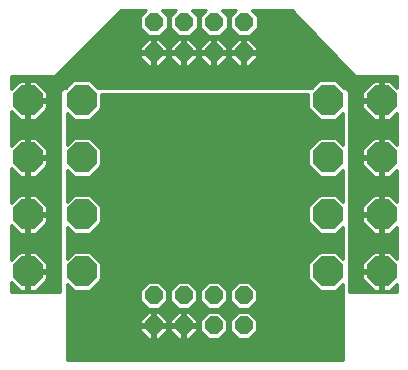
<source format=gbl>
G75*
%MOIN*%
%OFA0B0*%
%FSLAX25Y25*%
%IPPOS*%
%LPD*%
%AMOC8*
5,1,8,0,0,1.08239X$1,22.5*
%
%ADD10OC8,0.10000*%
%ADD11OC8,0.06000*%
%ADD12C,0.01000*%
%ADD13C,0.03600*%
D10*
X0009250Y0033250D03*
X0027250Y0033250D03*
X0027250Y0052250D03*
X0009250Y0052250D03*
X0009250Y0071250D03*
X0027250Y0071250D03*
X0027250Y0090250D03*
X0009250Y0090250D03*
X0109250Y0090250D03*
X0127250Y0090250D03*
X0127250Y0071250D03*
X0109250Y0071250D03*
X0109250Y0052250D03*
X0127250Y0052250D03*
X0127250Y0033250D03*
X0109250Y0033250D03*
D11*
X0081250Y0025250D03*
X0071250Y0025250D03*
X0071250Y0015250D03*
X0081250Y0015250D03*
X0061250Y0015250D03*
X0051250Y0015250D03*
X0051250Y0025250D03*
X0061250Y0025250D03*
X0061250Y0106250D03*
X0051250Y0106250D03*
X0051250Y0116250D03*
X0061250Y0116250D03*
X0071250Y0116250D03*
X0081250Y0116250D03*
X0081250Y0106250D03*
X0071250Y0106250D03*
D12*
X0022250Y0029058D02*
X0022250Y0003750D01*
X0114250Y0003750D01*
X0114250Y0029058D01*
X0111942Y0026750D01*
X0106558Y0026750D01*
X0102750Y0030558D01*
X0102750Y0035942D01*
X0106558Y0039750D01*
X0111942Y0039750D01*
X0114250Y0037442D01*
X0114250Y0048058D01*
X0111942Y0045750D01*
X0106558Y0045750D01*
X0102750Y0049558D01*
X0102750Y0054942D01*
X0106558Y0058750D01*
X0111942Y0058750D01*
X0114250Y0056442D01*
X0114250Y0067058D01*
X0111942Y0064750D01*
X0106558Y0064750D01*
X0102750Y0068558D01*
X0102750Y0073942D01*
X0106558Y0077750D01*
X0111942Y0077750D01*
X0114250Y0075442D01*
X0114250Y0086058D01*
X0111942Y0083750D01*
X0106558Y0083750D01*
X0102750Y0087558D01*
X0102750Y0092250D01*
X0033750Y0092250D01*
X0033750Y0087558D01*
X0029942Y0083750D01*
X0024558Y0083750D01*
X0022250Y0086058D01*
X0022250Y0075442D01*
X0024558Y0077750D01*
X0029942Y0077750D01*
X0033750Y0073942D01*
X0033750Y0068558D01*
X0029942Y0064750D01*
X0024558Y0064750D01*
X0022250Y0067058D01*
X0022250Y0056442D01*
X0024558Y0058750D01*
X0029942Y0058750D01*
X0033750Y0054942D01*
X0033750Y0049558D01*
X0029942Y0045750D01*
X0024558Y0045750D01*
X0022250Y0048058D01*
X0022250Y0037442D01*
X0024558Y0039750D01*
X0029942Y0039750D01*
X0033750Y0035942D01*
X0033750Y0030558D01*
X0029942Y0026750D01*
X0024558Y0026750D01*
X0022250Y0029058D01*
X0022250Y0028210D02*
X0023098Y0028210D01*
X0022250Y0027211D02*
X0024096Y0027211D01*
X0022250Y0026213D02*
X0046750Y0026213D01*
X0046750Y0027114D02*
X0046750Y0023386D01*
X0049386Y0020750D01*
X0053114Y0020750D01*
X0055750Y0023386D01*
X0055750Y0027114D01*
X0053114Y0029750D01*
X0049386Y0029750D01*
X0046750Y0027114D01*
X0046847Y0027211D02*
X0030404Y0027211D01*
X0031402Y0028210D02*
X0047846Y0028210D01*
X0048844Y0029208D02*
X0032401Y0029208D01*
X0033399Y0030207D02*
X0103101Y0030207D01*
X0102750Y0031205D02*
X0033750Y0031205D01*
X0033750Y0032204D02*
X0102750Y0032204D01*
X0102750Y0033202D02*
X0033750Y0033202D01*
X0033750Y0034201D02*
X0102750Y0034201D01*
X0102750Y0035199D02*
X0033750Y0035199D01*
X0033494Y0036198D02*
X0103006Y0036198D01*
X0104004Y0037196D02*
X0032496Y0037196D01*
X0031497Y0038195D02*
X0105003Y0038195D01*
X0106001Y0039193D02*
X0030499Y0039193D01*
X0024001Y0039193D02*
X0022250Y0039193D01*
X0022250Y0038195D02*
X0023003Y0038195D01*
X0022250Y0040192D02*
X0114250Y0040192D01*
X0114250Y0041190D02*
X0022250Y0041190D01*
X0022250Y0042189D02*
X0114250Y0042189D01*
X0114250Y0043187D02*
X0022250Y0043187D01*
X0022250Y0044186D02*
X0114250Y0044186D01*
X0114250Y0045184D02*
X0022250Y0045184D01*
X0022250Y0046183D02*
X0024125Y0046183D01*
X0023126Y0047182D02*
X0022250Y0047182D01*
X0020050Y0047182D02*
X0013374Y0047182D01*
X0014372Y0048180D02*
X0020050Y0048180D01*
X0020050Y0049179D02*
X0015371Y0049179D01*
X0015750Y0049558D02*
X0015750Y0051750D01*
X0009750Y0051750D01*
X0009750Y0052750D01*
X0008750Y0052750D01*
X0008750Y0058750D01*
X0006558Y0058750D01*
X0003750Y0055942D01*
X0003750Y0067558D01*
X0006558Y0064750D01*
X0008750Y0064750D01*
X0008750Y0070750D01*
X0009750Y0070750D01*
X0009750Y0071750D01*
X0008750Y0071750D01*
X0008750Y0077750D01*
X0006558Y0077750D01*
X0003750Y0074942D01*
X0003750Y0086558D01*
X0006558Y0083750D01*
X0008750Y0083750D01*
X0008750Y0089750D01*
X0009750Y0089750D01*
X0009750Y0090750D01*
X0008750Y0090750D01*
X0008750Y0096750D01*
X0006558Y0096750D01*
X0003750Y0093942D01*
X0003750Y0098250D01*
X0018250Y0098250D01*
X0040250Y0120250D01*
X0048603Y0120250D01*
X0046550Y0118197D01*
X0046550Y0114303D01*
X0049303Y0111550D01*
X0053197Y0111550D01*
X0055950Y0114303D01*
X0055950Y0118197D01*
X0053897Y0120250D01*
X0058603Y0120250D01*
X0056550Y0118197D01*
X0056550Y0114303D01*
X0059303Y0111550D01*
X0063197Y0111550D01*
X0065950Y0114303D01*
X0065950Y0118197D01*
X0063897Y0120250D01*
X0068603Y0120250D01*
X0066550Y0118197D01*
X0066550Y0114303D01*
X0069303Y0111550D01*
X0073197Y0111550D01*
X0075950Y0114303D01*
X0075950Y0118197D01*
X0073897Y0120250D01*
X0078603Y0120250D01*
X0076550Y0118197D01*
X0076550Y0114303D01*
X0079303Y0111550D01*
X0083197Y0111550D01*
X0085950Y0114303D01*
X0085950Y0118197D01*
X0083897Y0120250D01*
X0097250Y0120250D01*
X0118250Y0098250D01*
X0132250Y0098250D01*
X0132250Y0094442D01*
X0129942Y0096750D01*
X0127750Y0096750D01*
X0127750Y0090750D01*
X0126750Y0090750D01*
X0126750Y0096750D01*
X0124558Y0096750D01*
X0120750Y0092942D01*
X0120750Y0090750D01*
X0126750Y0090750D01*
X0126750Y0089750D01*
X0127750Y0089750D01*
X0127750Y0083750D01*
X0129942Y0083750D01*
X0132250Y0086058D01*
X0132250Y0075442D01*
X0129942Y0077750D01*
X0127750Y0077750D01*
X0127750Y0071750D01*
X0126750Y0071750D01*
X0126750Y0077750D01*
X0124558Y0077750D01*
X0120750Y0073942D01*
X0120750Y0071750D01*
X0126750Y0071750D01*
X0126750Y0070750D01*
X0127750Y0070750D01*
X0127750Y0064750D01*
X0129942Y0064750D01*
X0132250Y0067058D01*
X0132250Y0056442D01*
X0129942Y0058750D01*
X0127750Y0058750D01*
X0127750Y0052750D01*
X0126750Y0052750D01*
X0126750Y0058750D01*
X0124558Y0058750D01*
X0120750Y0054942D01*
X0120750Y0052750D01*
X0126750Y0052750D01*
X0126750Y0051750D01*
X0127750Y0051750D01*
X0127750Y0045750D01*
X0129942Y0045750D01*
X0132250Y0048058D01*
X0132250Y0037442D01*
X0129942Y0039750D01*
X0127750Y0039750D01*
X0127750Y0033750D01*
X0126750Y0033750D01*
X0126750Y0039750D01*
X0124558Y0039750D01*
X0120750Y0035942D01*
X0120750Y0033750D01*
X0126750Y0033750D01*
X0126750Y0032750D01*
X0127750Y0032750D01*
X0127750Y0026750D01*
X0129942Y0026750D01*
X0132250Y0029058D01*
X0132250Y0026250D01*
X0116450Y0026250D01*
X0116450Y0093161D01*
X0115161Y0094450D01*
X0114525Y0094450D01*
X0112025Y0096950D01*
X0106475Y0096950D01*
X0103975Y0094450D01*
X0032525Y0094450D01*
X0030025Y0096950D01*
X0024475Y0096950D01*
X0021975Y0094450D01*
X0021339Y0094450D01*
X0020050Y0093161D01*
X0020050Y0026250D01*
X0003750Y0026250D01*
X0003750Y0029558D01*
X0006558Y0026750D01*
X0008750Y0026750D01*
X0008750Y0032750D01*
X0009750Y0032750D01*
X0009750Y0033750D01*
X0008750Y0033750D01*
X0008750Y0039750D01*
X0006558Y0039750D01*
X0003750Y0036942D01*
X0003750Y0048558D01*
X0006558Y0045750D01*
X0008750Y0045750D01*
X0008750Y0051750D01*
X0009750Y0051750D01*
X0009750Y0045750D01*
X0011942Y0045750D01*
X0015750Y0049558D01*
X0015750Y0050177D02*
X0020050Y0050177D01*
X0020050Y0051176D02*
X0015750Y0051176D01*
X0015750Y0052750D02*
X0015750Y0054942D01*
X0011942Y0058750D01*
X0009750Y0058750D01*
X0009750Y0052750D01*
X0015750Y0052750D01*
X0015750Y0053173D02*
X0020050Y0053173D01*
X0020050Y0054171D02*
X0015750Y0054171D01*
X0015523Y0055170D02*
X0020050Y0055170D01*
X0020050Y0056168D02*
X0014524Y0056168D01*
X0013526Y0057167D02*
X0020050Y0057167D01*
X0020050Y0058165D02*
X0012527Y0058165D01*
X0009750Y0058165D02*
X0008750Y0058165D01*
X0008750Y0057167D02*
X0009750Y0057167D01*
X0009750Y0056168D02*
X0008750Y0056168D01*
X0008750Y0055170D02*
X0009750Y0055170D01*
X0009750Y0054171D02*
X0008750Y0054171D01*
X0008750Y0053173D02*
X0009750Y0053173D01*
X0009750Y0052174D02*
X0020050Y0052174D01*
X0022250Y0057167D02*
X0022974Y0057167D01*
X0022250Y0058165D02*
X0023973Y0058165D01*
X0022250Y0059164D02*
X0114250Y0059164D01*
X0114250Y0060162D02*
X0022250Y0060162D01*
X0022250Y0061161D02*
X0114250Y0061161D01*
X0114250Y0062159D02*
X0022250Y0062159D01*
X0022250Y0063158D02*
X0114250Y0063158D01*
X0114250Y0064156D02*
X0022250Y0064156D01*
X0022250Y0065155D02*
X0024153Y0065155D01*
X0023154Y0066153D02*
X0022250Y0066153D01*
X0020050Y0066153D02*
X0013346Y0066153D01*
X0014344Y0067152D02*
X0020050Y0067152D01*
X0020050Y0068150D02*
X0015343Y0068150D01*
X0015750Y0068558D02*
X0015750Y0070750D01*
X0009750Y0070750D01*
X0009750Y0064750D01*
X0011942Y0064750D01*
X0015750Y0068558D01*
X0015750Y0069149D02*
X0020050Y0069149D01*
X0020050Y0070147D02*
X0015750Y0070147D01*
X0015750Y0071750D02*
X0015750Y0073942D01*
X0011942Y0077750D01*
X0009750Y0077750D01*
X0009750Y0071750D01*
X0015750Y0071750D01*
X0015750Y0072144D02*
X0020050Y0072144D01*
X0020050Y0071146D02*
X0009750Y0071146D01*
X0009750Y0072144D02*
X0008750Y0072144D01*
X0008750Y0073143D02*
X0009750Y0073143D01*
X0009750Y0074141D02*
X0008750Y0074141D01*
X0008750Y0075140D02*
X0009750Y0075140D01*
X0009750Y0076138D02*
X0008750Y0076138D01*
X0008750Y0077137D02*
X0009750Y0077137D01*
X0012555Y0077137D02*
X0020050Y0077137D01*
X0020050Y0078135D02*
X0003750Y0078135D01*
X0003750Y0077137D02*
X0005945Y0077137D01*
X0004946Y0076138D02*
X0003750Y0076138D01*
X0003750Y0075140D02*
X0003947Y0075140D01*
X0003750Y0079134D02*
X0020050Y0079134D01*
X0020050Y0080132D02*
X0003750Y0080132D01*
X0003750Y0081131D02*
X0020050Y0081131D01*
X0020050Y0082129D02*
X0003750Y0082129D01*
X0003750Y0083128D02*
X0020050Y0083128D01*
X0020050Y0084126D02*
X0012319Y0084126D01*
X0011942Y0083750D02*
X0015750Y0087558D01*
X0015750Y0089750D01*
X0009750Y0089750D01*
X0009750Y0083750D01*
X0011942Y0083750D01*
X0013317Y0085125D02*
X0020050Y0085125D01*
X0020050Y0086123D02*
X0014316Y0086123D01*
X0015314Y0087122D02*
X0020050Y0087122D01*
X0020050Y0088120D02*
X0015750Y0088120D01*
X0015750Y0089119D02*
X0020050Y0089119D01*
X0020050Y0090118D02*
X0009750Y0090118D01*
X0009750Y0090750D02*
X0015750Y0090750D01*
X0015750Y0092942D01*
X0011942Y0096750D01*
X0009750Y0096750D01*
X0009750Y0090750D01*
X0009750Y0091116D02*
X0008750Y0091116D01*
X0008750Y0092115D02*
X0009750Y0092115D01*
X0009750Y0093113D02*
X0008750Y0093113D01*
X0008750Y0094112D02*
X0009750Y0094112D01*
X0009750Y0095110D02*
X0008750Y0095110D01*
X0008750Y0096109D02*
X0009750Y0096109D01*
X0012584Y0096109D02*
X0023633Y0096109D01*
X0022635Y0095110D02*
X0013582Y0095110D01*
X0014581Y0094112D02*
X0021000Y0094112D01*
X0020050Y0093113D02*
X0015579Y0093113D01*
X0015750Y0092115D02*
X0020050Y0092115D01*
X0020050Y0091116D02*
X0015750Y0091116D01*
X0009750Y0089119D02*
X0008750Y0089119D01*
X0008750Y0088120D02*
X0009750Y0088120D01*
X0009750Y0087122D02*
X0008750Y0087122D01*
X0008750Y0086123D02*
X0009750Y0086123D01*
X0009750Y0085125D02*
X0008750Y0085125D01*
X0008750Y0084126D02*
X0009750Y0084126D01*
X0006181Y0084126D02*
X0003750Y0084126D01*
X0003750Y0085125D02*
X0005183Y0085125D01*
X0004184Y0086123D02*
X0003750Y0086123D01*
X0003750Y0094112D02*
X0003919Y0094112D01*
X0003750Y0095110D02*
X0004918Y0095110D01*
X0005916Y0096109D02*
X0003750Y0096109D01*
X0003750Y0097107D02*
X0132250Y0097107D01*
X0132250Y0096109D02*
X0130584Y0096109D01*
X0131582Y0095110D02*
X0132250Y0095110D01*
X0132250Y0098106D02*
X0003750Y0098106D01*
X0019104Y0099104D02*
X0117435Y0099104D01*
X0116482Y0100103D02*
X0020103Y0100103D01*
X0021101Y0101101D02*
X0115528Y0101101D01*
X0114575Y0102100D02*
X0083464Y0102100D01*
X0083114Y0101750D02*
X0085750Y0104386D01*
X0085750Y0105750D01*
X0081750Y0105750D01*
X0081750Y0106750D01*
X0085750Y0106750D01*
X0085750Y0108114D01*
X0083114Y0110750D01*
X0081750Y0110750D01*
X0081750Y0106750D01*
X0080750Y0106750D01*
X0080750Y0110750D01*
X0079386Y0110750D01*
X0076750Y0108114D01*
X0076750Y0106750D01*
X0080750Y0106750D01*
X0080750Y0105750D01*
X0081750Y0105750D01*
X0081750Y0101750D01*
X0083114Y0101750D01*
X0081750Y0102100D02*
X0080750Y0102100D01*
X0080750Y0101750D02*
X0080750Y0105750D01*
X0076750Y0105750D01*
X0076750Y0104386D01*
X0079386Y0101750D01*
X0080750Y0101750D01*
X0080750Y0103098D02*
X0081750Y0103098D01*
X0081750Y0104097D02*
X0080750Y0104097D01*
X0080750Y0105095D02*
X0081750Y0105095D01*
X0081750Y0106094D02*
X0110763Y0106094D01*
X0109810Y0107092D02*
X0085750Y0107092D01*
X0085750Y0108091D02*
X0108857Y0108091D01*
X0107903Y0109089D02*
X0084775Y0109089D01*
X0083776Y0110088D02*
X0106950Y0110088D01*
X0105997Y0111086D02*
X0031086Y0111086D01*
X0030088Y0110088D02*
X0048724Y0110088D01*
X0049386Y0110750D02*
X0046750Y0108114D01*
X0046750Y0106750D01*
X0050750Y0106750D01*
X0050750Y0110750D01*
X0049386Y0110750D01*
X0048768Y0112085D02*
X0032085Y0112085D01*
X0033083Y0113083D02*
X0047770Y0113083D01*
X0046771Y0114082D02*
X0034082Y0114082D01*
X0035080Y0115080D02*
X0046550Y0115080D01*
X0046550Y0116079D02*
X0036079Y0116079D01*
X0037077Y0117077D02*
X0046550Y0117077D01*
X0046550Y0118076D02*
X0038076Y0118076D01*
X0039074Y0119074D02*
X0047428Y0119074D01*
X0048426Y0120073D02*
X0040073Y0120073D01*
X0050750Y0110088D02*
X0051750Y0110088D01*
X0051750Y0110750D02*
X0053114Y0110750D01*
X0055750Y0108114D01*
X0055750Y0106750D01*
X0051750Y0106750D01*
X0051750Y0105750D01*
X0055750Y0105750D01*
X0055750Y0104386D01*
X0053114Y0101750D01*
X0051750Y0101750D01*
X0051750Y0105750D01*
X0050750Y0105750D01*
X0050750Y0101750D01*
X0049386Y0101750D01*
X0046750Y0104386D01*
X0046750Y0105750D01*
X0050750Y0105750D01*
X0050750Y0106750D01*
X0051750Y0106750D01*
X0051750Y0110750D01*
X0051750Y0109089D02*
X0050750Y0109089D01*
X0050750Y0108091D02*
X0051750Y0108091D01*
X0051750Y0107092D02*
X0050750Y0107092D01*
X0050750Y0106094D02*
X0026094Y0106094D01*
X0027092Y0107092D02*
X0046750Y0107092D01*
X0046750Y0108091D02*
X0028091Y0108091D01*
X0029089Y0109089D02*
X0047725Y0109089D01*
X0046750Y0105095D02*
X0025095Y0105095D01*
X0024097Y0104097D02*
X0047039Y0104097D01*
X0048038Y0103098D02*
X0023098Y0103098D01*
X0022100Y0102100D02*
X0049036Y0102100D01*
X0050750Y0102100D02*
X0051750Y0102100D01*
X0051750Y0103098D02*
X0050750Y0103098D01*
X0050750Y0104097D02*
X0051750Y0104097D01*
X0051750Y0105095D02*
X0050750Y0105095D01*
X0051750Y0106094D02*
X0060750Y0106094D01*
X0060750Y0105750D02*
X0056750Y0105750D01*
X0056750Y0104386D01*
X0059386Y0101750D01*
X0060750Y0101750D01*
X0060750Y0105750D01*
X0061750Y0105750D01*
X0061750Y0106750D01*
X0065750Y0106750D01*
X0065750Y0108114D01*
X0063114Y0110750D01*
X0061750Y0110750D01*
X0061750Y0106750D01*
X0060750Y0106750D01*
X0060750Y0110750D01*
X0059386Y0110750D01*
X0056750Y0108114D01*
X0056750Y0106750D01*
X0060750Y0106750D01*
X0060750Y0105750D01*
X0060750Y0105095D02*
X0061750Y0105095D01*
X0061750Y0105750D02*
X0061750Y0101750D01*
X0063114Y0101750D01*
X0065750Y0104386D01*
X0065750Y0105750D01*
X0061750Y0105750D01*
X0061750Y0106094D02*
X0070750Y0106094D01*
X0070750Y0105750D02*
X0066750Y0105750D01*
X0066750Y0104386D01*
X0069386Y0101750D01*
X0070750Y0101750D01*
X0070750Y0105750D01*
X0071750Y0105750D01*
X0071750Y0106750D01*
X0075750Y0106750D01*
X0075750Y0108114D01*
X0073114Y0110750D01*
X0071750Y0110750D01*
X0071750Y0106750D01*
X0070750Y0106750D01*
X0070750Y0110750D01*
X0069386Y0110750D01*
X0066750Y0108114D01*
X0066750Y0106750D01*
X0070750Y0106750D01*
X0070750Y0105750D01*
X0070750Y0105095D02*
X0071750Y0105095D01*
X0071750Y0105750D02*
X0071750Y0101750D01*
X0073114Y0101750D01*
X0075750Y0104386D01*
X0075750Y0105750D01*
X0071750Y0105750D01*
X0071750Y0106094D02*
X0080750Y0106094D01*
X0080750Y0107092D02*
X0081750Y0107092D01*
X0081750Y0108091D02*
X0080750Y0108091D01*
X0080750Y0109089D02*
X0081750Y0109089D01*
X0081750Y0110088D02*
X0080750Y0110088D01*
X0078724Y0110088D02*
X0073776Y0110088D01*
X0074775Y0109089D02*
X0077725Y0109089D01*
X0076750Y0108091D02*
X0075750Y0108091D01*
X0075750Y0107092D02*
X0076750Y0107092D01*
X0076750Y0105095D02*
X0075750Y0105095D01*
X0075461Y0104097D02*
X0077039Y0104097D01*
X0078038Y0103098D02*
X0074462Y0103098D01*
X0073464Y0102100D02*
X0079036Y0102100D01*
X0084462Y0103098D02*
X0113622Y0103098D01*
X0112669Y0104097D02*
X0085461Y0104097D01*
X0085750Y0105095D02*
X0111716Y0105095D01*
X0105044Y0112085D02*
X0083732Y0112085D01*
X0084730Y0113083D02*
X0104091Y0113083D01*
X0103138Y0114082D02*
X0085729Y0114082D01*
X0085950Y0115080D02*
X0102185Y0115080D01*
X0101232Y0116079D02*
X0085950Y0116079D01*
X0085950Y0117077D02*
X0100278Y0117077D01*
X0099325Y0118076D02*
X0085950Y0118076D01*
X0085072Y0119074D02*
X0098372Y0119074D01*
X0097419Y0120073D02*
X0084074Y0120073D01*
X0078426Y0120073D02*
X0074074Y0120073D01*
X0075072Y0119074D02*
X0077428Y0119074D01*
X0076550Y0118076D02*
X0075950Y0118076D01*
X0075950Y0117077D02*
X0076550Y0117077D01*
X0076550Y0116079D02*
X0075950Y0116079D01*
X0075950Y0115080D02*
X0076550Y0115080D01*
X0076771Y0114082D02*
X0075729Y0114082D01*
X0074730Y0113083D02*
X0077770Y0113083D01*
X0078768Y0112085D02*
X0073732Y0112085D01*
X0071750Y0110088D02*
X0070750Y0110088D01*
X0070750Y0109089D02*
X0071750Y0109089D01*
X0071750Y0108091D02*
X0070750Y0108091D01*
X0070750Y0107092D02*
X0071750Y0107092D01*
X0068724Y0110088D02*
X0063776Y0110088D01*
X0064775Y0109089D02*
X0067725Y0109089D01*
X0066750Y0108091D02*
X0065750Y0108091D01*
X0065750Y0107092D02*
X0066750Y0107092D01*
X0066750Y0105095D02*
X0065750Y0105095D01*
X0065461Y0104097D02*
X0067039Y0104097D01*
X0068038Y0103098D02*
X0064462Y0103098D01*
X0063464Y0102100D02*
X0069036Y0102100D01*
X0070750Y0102100D02*
X0071750Y0102100D01*
X0071750Y0103098D02*
X0070750Y0103098D01*
X0070750Y0104097D02*
X0071750Y0104097D01*
X0068768Y0112085D02*
X0063732Y0112085D01*
X0064730Y0113083D02*
X0067770Y0113083D01*
X0066771Y0114082D02*
X0065729Y0114082D01*
X0065950Y0115080D02*
X0066550Y0115080D01*
X0066550Y0116079D02*
X0065950Y0116079D01*
X0065950Y0117077D02*
X0066550Y0117077D01*
X0066550Y0118076D02*
X0065950Y0118076D01*
X0065072Y0119074D02*
X0067428Y0119074D01*
X0068426Y0120073D02*
X0064074Y0120073D01*
X0058426Y0120073D02*
X0054074Y0120073D01*
X0055072Y0119074D02*
X0057428Y0119074D01*
X0056550Y0118076D02*
X0055950Y0118076D01*
X0055950Y0117077D02*
X0056550Y0117077D01*
X0056550Y0116079D02*
X0055950Y0116079D01*
X0055950Y0115080D02*
X0056550Y0115080D01*
X0056771Y0114082D02*
X0055729Y0114082D01*
X0054730Y0113083D02*
X0057770Y0113083D01*
X0058768Y0112085D02*
X0053732Y0112085D01*
X0053776Y0110088D02*
X0058724Y0110088D01*
X0057725Y0109089D02*
X0054775Y0109089D01*
X0055750Y0108091D02*
X0056750Y0108091D01*
X0056750Y0107092D02*
X0055750Y0107092D01*
X0055750Y0105095D02*
X0056750Y0105095D01*
X0057039Y0104097D02*
X0055461Y0104097D01*
X0054462Y0103098D02*
X0058038Y0103098D01*
X0059036Y0102100D02*
X0053464Y0102100D01*
X0060750Y0102100D02*
X0061750Y0102100D01*
X0061750Y0103098D02*
X0060750Y0103098D01*
X0060750Y0104097D02*
X0061750Y0104097D01*
X0061750Y0107092D02*
X0060750Y0107092D01*
X0060750Y0108091D02*
X0061750Y0108091D01*
X0061750Y0109089D02*
X0060750Y0109089D01*
X0060750Y0110088D02*
X0061750Y0110088D01*
X0033750Y0092115D02*
X0102750Y0092115D01*
X0102750Y0091116D02*
X0033750Y0091116D01*
X0033750Y0090118D02*
X0102750Y0090118D01*
X0102750Y0089119D02*
X0033750Y0089119D01*
X0033750Y0088120D02*
X0102750Y0088120D01*
X0103186Y0087122D02*
X0033314Y0087122D01*
X0032316Y0086123D02*
X0104184Y0086123D01*
X0105183Y0085125D02*
X0031317Y0085125D01*
X0030319Y0084126D02*
X0106181Y0084126D01*
X0112319Y0084126D02*
X0114250Y0084126D01*
X0114250Y0083128D02*
X0022250Y0083128D01*
X0022250Y0084126D02*
X0024181Y0084126D01*
X0023183Y0085125D02*
X0022250Y0085125D01*
X0022250Y0082129D02*
X0114250Y0082129D01*
X0114250Y0081131D02*
X0022250Y0081131D01*
X0022250Y0080132D02*
X0114250Y0080132D01*
X0114250Y0079134D02*
X0022250Y0079134D01*
X0022250Y0078135D02*
X0114250Y0078135D01*
X0114250Y0077137D02*
X0112555Y0077137D01*
X0113554Y0076138D02*
X0114250Y0076138D01*
X0116450Y0076138D02*
X0122946Y0076138D01*
X0121947Y0075140D02*
X0116450Y0075140D01*
X0116450Y0074141D02*
X0120949Y0074141D01*
X0120750Y0073143D02*
X0116450Y0073143D01*
X0116450Y0072144D02*
X0120750Y0072144D01*
X0120750Y0070750D02*
X0120750Y0068558D01*
X0124558Y0064750D01*
X0126750Y0064750D01*
X0126750Y0070750D01*
X0120750Y0070750D01*
X0120750Y0070147D02*
X0116450Y0070147D01*
X0116450Y0069149D02*
X0120750Y0069149D01*
X0121157Y0068150D02*
X0116450Y0068150D01*
X0116450Y0067152D02*
X0122156Y0067152D01*
X0123154Y0066153D02*
X0116450Y0066153D01*
X0116450Y0065155D02*
X0124153Y0065155D01*
X0126750Y0065155D02*
X0127750Y0065155D01*
X0127750Y0066153D02*
X0126750Y0066153D01*
X0126750Y0067152D02*
X0127750Y0067152D01*
X0127750Y0068150D02*
X0126750Y0068150D01*
X0126750Y0069149D02*
X0127750Y0069149D01*
X0127750Y0070147D02*
X0126750Y0070147D01*
X0126750Y0071146D02*
X0116450Y0071146D01*
X0114250Y0066153D02*
X0113346Y0066153D01*
X0114250Y0065155D02*
X0112347Y0065155D01*
X0116450Y0064156D02*
X0132250Y0064156D01*
X0132250Y0063158D02*
X0116450Y0063158D01*
X0116450Y0062159D02*
X0132250Y0062159D01*
X0132250Y0061161D02*
X0116450Y0061161D01*
X0116450Y0060162D02*
X0132250Y0060162D01*
X0132250Y0059164D02*
X0116450Y0059164D01*
X0116450Y0058165D02*
X0123973Y0058165D01*
X0122974Y0057167D02*
X0116450Y0057167D01*
X0116450Y0056168D02*
X0121976Y0056168D01*
X0120977Y0055170D02*
X0116450Y0055170D01*
X0116450Y0054171D02*
X0120750Y0054171D01*
X0120750Y0053173D02*
X0116450Y0053173D01*
X0116450Y0052174D02*
X0126750Y0052174D01*
X0126750Y0051750D02*
X0120750Y0051750D01*
X0120750Y0049558D01*
X0124558Y0045750D01*
X0126750Y0045750D01*
X0126750Y0051750D01*
X0126750Y0051176D02*
X0127750Y0051176D01*
X0127750Y0050177D02*
X0126750Y0050177D01*
X0126750Y0049179D02*
X0127750Y0049179D01*
X0127750Y0048180D02*
X0126750Y0048180D01*
X0126750Y0047182D02*
X0127750Y0047182D01*
X0127750Y0046183D02*
X0126750Y0046183D01*
X0124125Y0046183D02*
X0116450Y0046183D01*
X0116450Y0045184D02*
X0132250Y0045184D01*
X0132250Y0044186D02*
X0116450Y0044186D01*
X0116450Y0043187D02*
X0132250Y0043187D01*
X0132250Y0042189D02*
X0116450Y0042189D01*
X0116450Y0041190D02*
X0132250Y0041190D01*
X0132250Y0040192D02*
X0116450Y0040192D01*
X0116450Y0039193D02*
X0124001Y0039193D01*
X0123003Y0038195D02*
X0116450Y0038195D01*
X0116450Y0037196D02*
X0122004Y0037196D01*
X0121006Y0036198D02*
X0116450Y0036198D01*
X0116450Y0035199D02*
X0120750Y0035199D01*
X0120750Y0034201D02*
X0116450Y0034201D01*
X0116450Y0033202D02*
X0126750Y0033202D01*
X0126750Y0032750D02*
X0120750Y0032750D01*
X0120750Y0030558D01*
X0124558Y0026750D01*
X0126750Y0026750D01*
X0126750Y0032750D01*
X0126750Y0032204D02*
X0127750Y0032204D01*
X0127750Y0031205D02*
X0126750Y0031205D01*
X0126750Y0030207D02*
X0127750Y0030207D01*
X0127750Y0029208D02*
X0126750Y0029208D01*
X0126750Y0028210D02*
X0127750Y0028210D01*
X0127750Y0027211D02*
X0126750Y0027211D01*
X0124096Y0027211D02*
X0116450Y0027211D01*
X0116450Y0028210D02*
X0123098Y0028210D01*
X0122099Y0029208D02*
X0116450Y0029208D01*
X0116450Y0030207D02*
X0121101Y0030207D01*
X0120750Y0031205D02*
X0116450Y0031205D01*
X0116450Y0032204D02*
X0120750Y0032204D01*
X0126750Y0034201D02*
X0127750Y0034201D01*
X0127750Y0035199D02*
X0126750Y0035199D01*
X0126750Y0036198D02*
X0127750Y0036198D01*
X0127750Y0037196D02*
X0126750Y0037196D01*
X0126750Y0038195D02*
X0127750Y0038195D01*
X0127750Y0039193D02*
X0126750Y0039193D01*
X0130499Y0039193D02*
X0132250Y0039193D01*
X0132250Y0038195D02*
X0131497Y0038195D01*
X0132250Y0046183D02*
X0130375Y0046183D01*
X0131374Y0047182D02*
X0132250Y0047182D01*
X0127750Y0053173D02*
X0126750Y0053173D01*
X0126750Y0054171D02*
X0127750Y0054171D01*
X0127750Y0055170D02*
X0126750Y0055170D01*
X0126750Y0056168D02*
X0127750Y0056168D01*
X0127750Y0057167D02*
X0126750Y0057167D01*
X0126750Y0058165D02*
X0127750Y0058165D01*
X0130527Y0058165D02*
X0132250Y0058165D01*
X0132250Y0057167D02*
X0131526Y0057167D01*
X0132250Y0065155D02*
X0130347Y0065155D01*
X0131346Y0066153D02*
X0132250Y0066153D01*
X0127750Y0072144D02*
X0126750Y0072144D01*
X0126750Y0073143D02*
X0127750Y0073143D01*
X0127750Y0074141D02*
X0126750Y0074141D01*
X0126750Y0075140D02*
X0127750Y0075140D01*
X0127750Y0076138D02*
X0126750Y0076138D01*
X0126750Y0077137D02*
X0127750Y0077137D01*
X0130555Y0077137D02*
X0132250Y0077137D01*
X0132250Y0078135D02*
X0116450Y0078135D01*
X0116450Y0077137D02*
X0123944Y0077137D01*
X0124558Y0083750D02*
X0126750Y0083750D01*
X0126750Y0089750D01*
X0120750Y0089750D01*
X0120750Y0087558D01*
X0124558Y0083750D01*
X0124181Y0084126D02*
X0116450Y0084126D01*
X0116450Y0083128D02*
X0132250Y0083128D01*
X0132250Y0084126D02*
X0130319Y0084126D01*
X0131317Y0085125D02*
X0132250Y0085125D01*
X0132250Y0082129D02*
X0116450Y0082129D01*
X0116450Y0081131D02*
X0132250Y0081131D01*
X0132250Y0080132D02*
X0116450Y0080132D01*
X0116450Y0079134D02*
X0132250Y0079134D01*
X0132250Y0076138D02*
X0131554Y0076138D01*
X0127750Y0084126D02*
X0126750Y0084126D01*
X0126750Y0085125D02*
X0127750Y0085125D01*
X0127750Y0086123D02*
X0126750Y0086123D01*
X0126750Y0087122D02*
X0127750Y0087122D01*
X0127750Y0088120D02*
X0126750Y0088120D01*
X0126750Y0089119D02*
X0127750Y0089119D01*
X0126750Y0090118D02*
X0116450Y0090118D01*
X0116450Y0091116D02*
X0120750Y0091116D01*
X0120750Y0092115D02*
X0116450Y0092115D01*
X0116450Y0093113D02*
X0120921Y0093113D01*
X0121919Y0094112D02*
X0115500Y0094112D01*
X0113865Y0095110D02*
X0122918Y0095110D01*
X0123916Y0096109D02*
X0112867Y0096109D01*
X0105633Y0096109D02*
X0030867Y0096109D01*
X0031865Y0095110D02*
X0104635Y0095110D01*
X0113317Y0085125D02*
X0114250Y0085125D01*
X0116450Y0085125D02*
X0123183Y0085125D01*
X0122184Y0086123D02*
X0116450Y0086123D01*
X0116450Y0087122D02*
X0121186Y0087122D01*
X0120750Y0088120D02*
X0116450Y0088120D01*
X0116450Y0089119D02*
X0120750Y0089119D01*
X0126750Y0091116D02*
X0127750Y0091116D01*
X0127750Y0092115D02*
X0126750Y0092115D01*
X0126750Y0093113D02*
X0127750Y0093113D01*
X0127750Y0094112D02*
X0126750Y0094112D01*
X0126750Y0095110D02*
X0127750Y0095110D01*
X0127750Y0096109D02*
X0126750Y0096109D01*
X0105944Y0077137D02*
X0030555Y0077137D01*
X0031554Y0076138D02*
X0104946Y0076138D01*
X0103947Y0075140D02*
X0032553Y0075140D01*
X0033551Y0074141D02*
X0102949Y0074141D01*
X0102750Y0073143D02*
X0033750Y0073143D01*
X0033750Y0072144D02*
X0102750Y0072144D01*
X0102750Y0071146D02*
X0033750Y0071146D01*
X0033750Y0070147D02*
X0102750Y0070147D01*
X0102750Y0069149D02*
X0033750Y0069149D01*
X0033343Y0068150D02*
X0103157Y0068150D01*
X0104156Y0067152D02*
X0032344Y0067152D01*
X0031346Y0066153D02*
X0105154Y0066153D01*
X0106153Y0065155D02*
X0030347Y0065155D01*
X0030527Y0058165D02*
X0105973Y0058165D01*
X0104974Y0057167D02*
X0031526Y0057167D01*
X0032524Y0056168D02*
X0103976Y0056168D01*
X0102977Y0055170D02*
X0033523Y0055170D01*
X0033750Y0054171D02*
X0102750Y0054171D01*
X0102750Y0053173D02*
X0033750Y0053173D01*
X0033750Y0052174D02*
X0102750Y0052174D01*
X0102750Y0051176D02*
X0033750Y0051176D01*
X0033750Y0050177D02*
X0102750Y0050177D01*
X0103129Y0049179D02*
X0033371Y0049179D01*
X0032372Y0048180D02*
X0104128Y0048180D01*
X0105126Y0047182D02*
X0031374Y0047182D01*
X0030375Y0046183D02*
X0106125Y0046183D01*
X0112375Y0046183D02*
X0114250Y0046183D01*
X0114250Y0047182D02*
X0113374Y0047182D01*
X0116450Y0047182D02*
X0123126Y0047182D01*
X0122128Y0048180D02*
X0116450Y0048180D01*
X0116450Y0049179D02*
X0121129Y0049179D01*
X0120750Y0050177D02*
X0116450Y0050177D01*
X0116450Y0051176D02*
X0120750Y0051176D01*
X0114250Y0057167D02*
X0113526Y0057167D01*
X0114250Y0058165D02*
X0112527Y0058165D01*
X0112499Y0039193D02*
X0114250Y0039193D01*
X0114250Y0038195D02*
X0113497Y0038195D01*
X0104099Y0029208D02*
X0083656Y0029208D01*
X0083114Y0029750D02*
X0079386Y0029750D01*
X0076750Y0027114D01*
X0076750Y0023386D01*
X0079386Y0020750D01*
X0083114Y0020750D01*
X0085750Y0023386D01*
X0085750Y0027114D01*
X0083114Y0029750D01*
X0084654Y0028210D02*
X0105098Y0028210D01*
X0106096Y0027211D02*
X0085653Y0027211D01*
X0085750Y0026213D02*
X0114250Y0026213D01*
X0114250Y0027211D02*
X0112404Y0027211D01*
X0113402Y0028210D02*
X0114250Y0028210D01*
X0114250Y0025214D02*
X0085750Y0025214D01*
X0085750Y0024216D02*
X0114250Y0024216D01*
X0114250Y0023217D02*
X0085581Y0023217D01*
X0084583Y0022219D02*
X0114250Y0022219D01*
X0114250Y0021220D02*
X0083584Y0021220D01*
X0083114Y0019750D02*
X0079386Y0019750D01*
X0076750Y0017114D01*
X0076750Y0013386D01*
X0079386Y0010750D01*
X0083114Y0010750D01*
X0085750Y0013386D01*
X0085750Y0017114D01*
X0083114Y0019750D01*
X0083641Y0019223D02*
X0114250Y0019223D01*
X0114250Y0018225D02*
X0084639Y0018225D01*
X0085638Y0017226D02*
X0114250Y0017226D01*
X0114250Y0016228D02*
X0085750Y0016228D01*
X0085750Y0015229D02*
X0114250Y0015229D01*
X0114250Y0014231D02*
X0085750Y0014231D01*
X0085596Y0013232D02*
X0114250Y0013232D01*
X0114250Y0012234D02*
X0084598Y0012234D01*
X0083599Y0011235D02*
X0114250Y0011235D01*
X0114250Y0010237D02*
X0022250Y0010237D01*
X0022250Y0011235D02*
X0048901Y0011235D01*
X0049386Y0010750D02*
X0050750Y0010750D01*
X0050750Y0014750D01*
X0051750Y0014750D01*
X0051750Y0015750D01*
X0055750Y0015750D01*
X0055750Y0017114D01*
X0053114Y0019750D01*
X0051750Y0019750D01*
X0051750Y0015750D01*
X0050750Y0015750D01*
X0050750Y0019750D01*
X0049386Y0019750D01*
X0046750Y0017114D01*
X0046750Y0015750D01*
X0050750Y0015750D01*
X0050750Y0014750D01*
X0046750Y0014750D01*
X0046750Y0013386D01*
X0049386Y0010750D01*
X0050750Y0011235D02*
X0051750Y0011235D01*
X0051750Y0010750D02*
X0053114Y0010750D01*
X0055750Y0013386D01*
X0055750Y0014750D01*
X0051750Y0014750D01*
X0051750Y0010750D01*
X0051750Y0012234D02*
X0050750Y0012234D01*
X0050750Y0013232D02*
X0051750Y0013232D01*
X0051750Y0014231D02*
X0050750Y0014231D01*
X0050750Y0015229D02*
X0022250Y0015229D01*
X0022250Y0014231D02*
X0046750Y0014231D01*
X0046904Y0013232D02*
X0022250Y0013232D01*
X0022250Y0012234D02*
X0047902Y0012234D01*
X0046750Y0016228D02*
X0022250Y0016228D01*
X0022250Y0017226D02*
X0046862Y0017226D01*
X0047861Y0018225D02*
X0022250Y0018225D01*
X0022250Y0019223D02*
X0048859Y0019223D01*
X0050750Y0019223D02*
X0051750Y0019223D01*
X0051750Y0018225D02*
X0050750Y0018225D01*
X0050750Y0017226D02*
X0051750Y0017226D01*
X0051750Y0016228D02*
X0050750Y0016228D01*
X0051750Y0015229D02*
X0060750Y0015229D01*
X0060750Y0014750D02*
X0056750Y0014750D01*
X0056750Y0013386D01*
X0059386Y0010750D01*
X0060750Y0010750D01*
X0060750Y0014750D01*
X0061750Y0014750D01*
X0061750Y0015750D01*
X0065750Y0015750D01*
X0065750Y0017114D01*
X0063114Y0019750D01*
X0061750Y0019750D01*
X0061750Y0015750D01*
X0060750Y0015750D01*
X0060750Y0019750D01*
X0059386Y0019750D01*
X0056750Y0017114D01*
X0056750Y0015750D01*
X0060750Y0015750D01*
X0060750Y0014750D01*
X0060750Y0014231D02*
X0061750Y0014231D01*
X0061750Y0014750D02*
X0061750Y0010750D01*
X0063114Y0010750D01*
X0065750Y0013386D01*
X0065750Y0014750D01*
X0061750Y0014750D01*
X0061750Y0015229D02*
X0066750Y0015229D01*
X0066750Y0014231D02*
X0065750Y0014231D01*
X0065596Y0013232D02*
X0066904Y0013232D01*
X0066750Y0013386D02*
X0069386Y0010750D01*
X0073114Y0010750D01*
X0075750Y0013386D01*
X0075750Y0017114D01*
X0073114Y0019750D01*
X0069386Y0019750D01*
X0066750Y0017114D01*
X0066750Y0013386D01*
X0067902Y0012234D02*
X0064598Y0012234D01*
X0063599Y0011235D02*
X0068901Y0011235D01*
X0073599Y0011235D02*
X0078901Y0011235D01*
X0077902Y0012234D02*
X0074598Y0012234D01*
X0075596Y0013232D02*
X0076904Y0013232D01*
X0076750Y0014231D02*
X0075750Y0014231D01*
X0075750Y0015229D02*
X0076750Y0015229D01*
X0076750Y0016228D02*
X0075750Y0016228D01*
X0075638Y0017226D02*
X0076862Y0017226D01*
X0077861Y0018225D02*
X0074639Y0018225D01*
X0073641Y0019223D02*
X0078859Y0019223D01*
X0078916Y0021220D02*
X0073584Y0021220D01*
X0073114Y0020750D02*
X0075750Y0023386D01*
X0075750Y0027114D01*
X0073114Y0029750D01*
X0069386Y0029750D01*
X0066750Y0027114D01*
X0066750Y0023386D01*
X0069386Y0020750D01*
X0073114Y0020750D01*
X0074583Y0022219D02*
X0077917Y0022219D01*
X0076919Y0023217D02*
X0075581Y0023217D01*
X0075750Y0024216D02*
X0076750Y0024216D01*
X0076750Y0025214D02*
X0075750Y0025214D01*
X0075750Y0026213D02*
X0076750Y0026213D01*
X0076847Y0027211D02*
X0075653Y0027211D01*
X0074654Y0028210D02*
X0077846Y0028210D01*
X0078844Y0029208D02*
X0073656Y0029208D01*
X0068844Y0029208D02*
X0063656Y0029208D01*
X0063114Y0029750D02*
X0059386Y0029750D01*
X0056750Y0027114D01*
X0056750Y0023386D01*
X0059386Y0020750D01*
X0063114Y0020750D01*
X0065750Y0023386D01*
X0065750Y0027114D01*
X0063114Y0029750D01*
X0064654Y0028210D02*
X0067846Y0028210D01*
X0066847Y0027211D02*
X0065653Y0027211D01*
X0065750Y0026213D02*
X0066750Y0026213D01*
X0066750Y0025214D02*
X0065750Y0025214D01*
X0065750Y0024216D02*
X0066750Y0024216D01*
X0066919Y0023217D02*
X0065581Y0023217D01*
X0064583Y0022219D02*
X0067917Y0022219D01*
X0068916Y0021220D02*
X0063584Y0021220D01*
X0063641Y0019223D02*
X0068859Y0019223D01*
X0067861Y0018225D02*
X0064639Y0018225D01*
X0065638Y0017226D02*
X0066862Y0017226D01*
X0066750Y0016228D02*
X0065750Y0016228D01*
X0061750Y0016228D02*
X0060750Y0016228D01*
X0060750Y0017226D02*
X0061750Y0017226D01*
X0061750Y0018225D02*
X0060750Y0018225D01*
X0060750Y0019223D02*
X0061750Y0019223D01*
X0058916Y0021220D02*
X0053584Y0021220D01*
X0054583Y0022219D02*
X0057917Y0022219D01*
X0056919Y0023217D02*
X0055581Y0023217D01*
X0055750Y0024216D02*
X0056750Y0024216D01*
X0056750Y0025214D02*
X0055750Y0025214D01*
X0055750Y0026213D02*
X0056750Y0026213D01*
X0056847Y0027211D02*
X0055653Y0027211D01*
X0054654Y0028210D02*
X0057846Y0028210D01*
X0058844Y0029208D02*
X0053656Y0029208D01*
X0046750Y0025214D02*
X0022250Y0025214D01*
X0022250Y0024216D02*
X0046750Y0024216D01*
X0046919Y0023217D02*
X0022250Y0023217D01*
X0022250Y0022219D02*
X0047917Y0022219D01*
X0048916Y0021220D02*
X0022250Y0021220D01*
X0022250Y0020222D02*
X0114250Y0020222D01*
X0114250Y0009238D02*
X0022250Y0009238D01*
X0022250Y0008240D02*
X0114250Y0008240D01*
X0114250Y0007241D02*
X0022250Y0007241D01*
X0022250Y0006243D02*
X0114250Y0006243D01*
X0114250Y0005244D02*
X0022250Y0005244D01*
X0022250Y0004246D02*
X0114250Y0004246D01*
X0130404Y0027211D02*
X0132250Y0027211D01*
X0132250Y0028210D02*
X0131402Y0028210D01*
X0061750Y0013232D02*
X0060750Y0013232D01*
X0060750Y0012234D02*
X0061750Y0012234D01*
X0061750Y0011235D02*
X0060750Y0011235D01*
X0058901Y0011235D02*
X0053599Y0011235D01*
X0054598Y0012234D02*
X0057902Y0012234D01*
X0056904Y0013232D02*
X0055596Y0013232D01*
X0055750Y0014231D02*
X0056750Y0014231D01*
X0056750Y0016228D02*
X0055750Y0016228D01*
X0055638Y0017226D02*
X0056862Y0017226D01*
X0057861Y0018225D02*
X0054639Y0018225D01*
X0053641Y0019223D02*
X0058859Y0019223D01*
X0020050Y0027211D02*
X0012404Y0027211D01*
X0011942Y0026750D02*
X0015750Y0030558D01*
X0015750Y0032750D01*
X0009750Y0032750D01*
X0009750Y0026750D01*
X0011942Y0026750D01*
X0013402Y0028210D02*
X0020050Y0028210D01*
X0020050Y0029208D02*
X0014401Y0029208D01*
X0015399Y0030207D02*
X0020050Y0030207D01*
X0020050Y0031205D02*
X0015750Y0031205D01*
X0015750Y0032204D02*
X0020050Y0032204D01*
X0020050Y0033202D02*
X0009750Y0033202D01*
X0009750Y0033750D02*
X0015750Y0033750D01*
X0015750Y0035942D01*
X0011942Y0039750D01*
X0009750Y0039750D01*
X0009750Y0033750D01*
X0009750Y0034201D02*
X0008750Y0034201D01*
X0008750Y0035199D02*
X0009750Y0035199D01*
X0009750Y0036198D02*
X0008750Y0036198D01*
X0008750Y0037196D02*
X0009750Y0037196D01*
X0009750Y0038195D02*
X0008750Y0038195D01*
X0008750Y0039193D02*
X0009750Y0039193D01*
X0012499Y0039193D02*
X0020050Y0039193D01*
X0020050Y0038195D02*
X0013497Y0038195D01*
X0014496Y0037196D02*
X0020050Y0037196D01*
X0020050Y0036198D02*
X0015494Y0036198D01*
X0015750Y0035199D02*
X0020050Y0035199D01*
X0020050Y0034201D02*
X0015750Y0034201D01*
X0009750Y0032204D02*
X0008750Y0032204D01*
X0008750Y0031205D02*
X0009750Y0031205D01*
X0009750Y0030207D02*
X0008750Y0030207D01*
X0008750Y0029208D02*
X0009750Y0029208D01*
X0009750Y0028210D02*
X0008750Y0028210D01*
X0008750Y0027211D02*
X0009750Y0027211D01*
X0006096Y0027211D02*
X0003750Y0027211D01*
X0003750Y0028210D02*
X0005098Y0028210D01*
X0004099Y0029208D02*
X0003750Y0029208D01*
X0003750Y0037196D02*
X0004004Y0037196D01*
X0003750Y0038195D02*
X0005003Y0038195D01*
X0006001Y0039193D02*
X0003750Y0039193D01*
X0003750Y0040192D02*
X0020050Y0040192D01*
X0020050Y0041190D02*
X0003750Y0041190D01*
X0003750Y0042189D02*
X0020050Y0042189D01*
X0020050Y0043187D02*
X0003750Y0043187D01*
X0003750Y0044186D02*
X0020050Y0044186D01*
X0020050Y0045184D02*
X0003750Y0045184D01*
X0003750Y0046183D02*
X0006125Y0046183D01*
X0005126Y0047182D02*
X0003750Y0047182D01*
X0003750Y0048180D02*
X0004128Y0048180D01*
X0008750Y0048180D02*
X0009750Y0048180D01*
X0009750Y0047182D02*
X0008750Y0047182D01*
X0008750Y0046183D02*
X0009750Y0046183D01*
X0012375Y0046183D02*
X0020050Y0046183D01*
X0009750Y0049179D02*
X0008750Y0049179D01*
X0008750Y0050177D02*
X0009750Y0050177D01*
X0009750Y0051176D02*
X0008750Y0051176D01*
X0003976Y0056168D02*
X0003750Y0056168D01*
X0003750Y0057167D02*
X0004974Y0057167D01*
X0005973Y0058165D02*
X0003750Y0058165D01*
X0003750Y0059164D02*
X0020050Y0059164D01*
X0020050Y0060162D02*
X0003750Y0060162D01*
X0003750Y0061161D02*
X0020050Y0061161D01*
X0020050Y0062159D02*
X0003750Y0062159D01*
X0003750Y0063158D02*
X0020050Y0063158D01*
X0020050Y0064156D02*
X0003750Y0064156D01*
X0003750Y0065155D02*
X0006153Y0065155D01*
X0005154Y0066153D02*
X0003750Y0066153D01*
X0003750Y0067152D02*
X0004156Y0067152D01*
X0008750Y0067152D02*
X0009750Y0067152D01*
X0009750Y0068150D02*
X0008750Y0068150D01*
X0008750Y0069149D02*
X0009750Y0069149D01*
X0009750Y0070147D02*
X0008750Y0070147D01*
X0008750Y0066153D02*
X0009750Y0066153D01*
X0009750Y0065155D02*
X0008750Y0065155D01*
X0012347Y0065155D02*
X0020050Y0065155D01*
X0020050Y0073143D02*
X0015750Y0073143D01*
X0015551Y0074141D02*
X0020050Y0074141D01*
X0020050Y0075140D02*
X0014553Y0075140D01*
X0013554Y0076138D02*
X0020050Y0076138D01*
X0022250Y0076138D02*
X0022946Y0076138D01*
X0022250Y0077137D02*
X0023945Y0077137D01*
D13*
X0038250Y0087250D03*
X0057250Y0061250D03*
X0067250Y0087250D03*
X0096250Y0087250D03*
X0103250Y0016250D03*
X0032250Y0016250D03*
M02*

</source>
